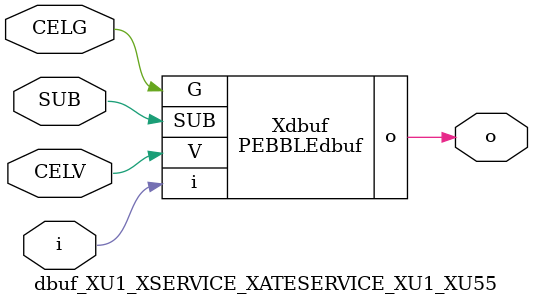
<source format=v>



module PEBBLEdbuf ( o, G, SUB, V, i );

  input V;
  input i;
  input G;
  output o;
  input SUB;
endmodule

//Celera Confidential Do Not Copy dbuf_XU1_XSERVICE_XATESERVICE_XU1_XU55
//Celera Confidential Symbol Generator
//Digital Buffer
module dbuf_XU1_XSERVICE_XATESERVICE_XU1_XU55 (CELV,CELG,i,o,SUB);
input CELV;
input CELG;
input i;
input SUB;
output o;

//Celera Confidential Do Not Copy dbuf
PEBBLEdbuf Xdbuf(
.V (CELV),
.i (i),
.o (o),
.SUB (SUB),
.G (CELG)
);
//,diesize,PEBBLEdbuf

//Celera Confidential Do Not Copy Module End
//Celera Schematic Generator
endmodule

</source>
